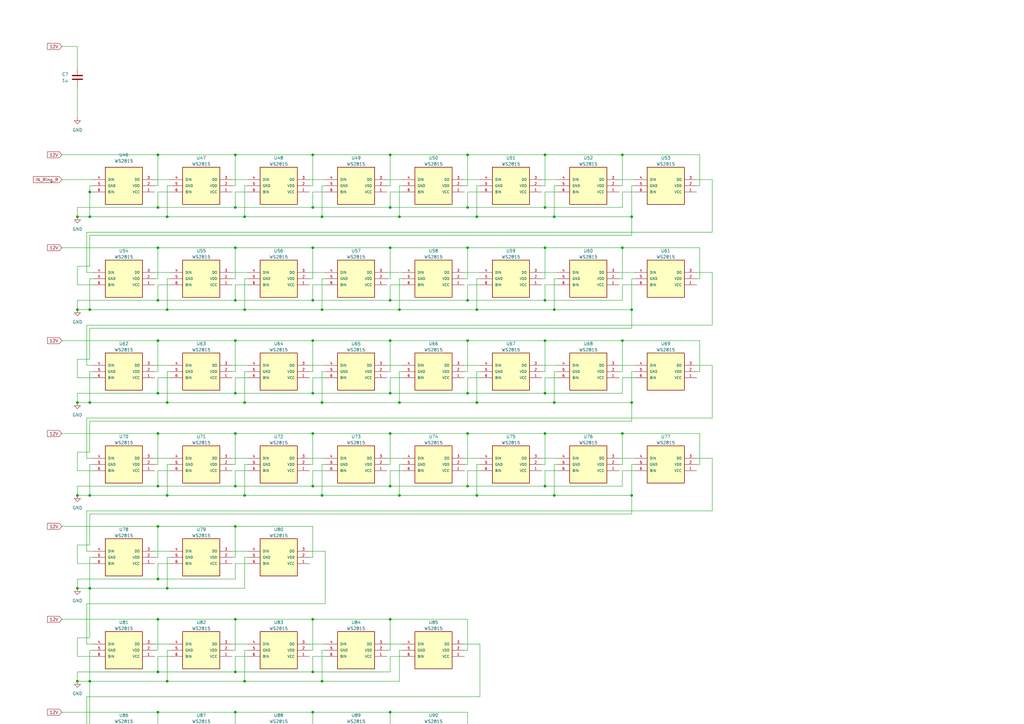
<source format=kicad_sch>
(kicad_sch (version 20250114) (generator "eeschema") (generator_version "9.0")
  (paper "A3")
  (title_block (title "Right Ring") (date "2025-11-11") (rev "1.0") (company "Salvatore La Bua"))
  (junction (at 163.83 203.2))
  (junction (at 160.02 161.29))
  (junction (at 64.77 139.7))
  (junction (at 255.27 177.8))
  (junction (at 128.27 199.39))
  (junction (at 128.27 292.1))
  (junction (at 259.08 88.9))
  (junction (at 96.52 123.19))
  (junction (at 259.08 203.2))
  (junction (at 160.02 199.39))
  (junction (at 31.75 203.2))
  (junction (at 100.33 317.5))
  (junction (at 96.52 139.7))
  (junction (at 68.58 241.3))
  (junction (at 160.02 63.5))
  (junction (at 96.52 313.69))
  (junction (at 36.83 78.74))
  (junction (at 223.52 199.39))
  (junction (at 128.27 85.09))
  (junction (at 68.58 127))
  (junction (at 255.27 139.7))
  (junction (at 160.02 139.7))
  (junction (at 163.83 165.1))
  (junction (at 64.77 237.49))
  (junction (at 96.52 177.8))
  (junction (at 100.33 127))
  (junction (at 128.27 123.19))
  (junction (at 191.77 177.8))
  (junction (at 191.77 161.29))
  (junction (at 223.52 63.5))
  (junction (at 160.02 123.19))
  (junction (at 36.83 279.4))
  (junction (at 128.27 63.5))
  (junction (at 64.77 254))
  (junction (at 96.52 63.5))
  (junction (at 223.52 85.09))
  (junction (at 96.52 275.59))
  (junction (at 195.58 88.9))
  (junction (at 128.27 161.29))
  (junction (at 163.83 88.9))
  (junction (at 163.83 127))
  (junction (at 195.58 127))
  (junction (at 227.33 203.2))
  (junction (at 128.27 254))
  (junction (at 64.77 123.19))
  (junction (at 36.83 241.3))
  (junction (at 96.52 85.09))
  (junction (at 191.77 85.09))
  (junction (at 160.02 292.1))
  (junction (at 255.27 101.6))
  (junction (at 100.33 88.9))
  (junction (at 195.58 165.1))
  (junction (at 191.77 63.5))
  (junction (at 132.08 165.1))
  (junction (at 160.02 177.8))
  (junction (at 160.02 254))
  (junction (at 68.58 203.2))
  (junction (at 128.27 275.59))
  (junction (at 259.08 165.1))
  (junction (at 68.58 88.9))
  (junction (at 128.27 313.69))
  (junction (at 227.33 165.1))
  (junction (at 160.02 85.09))
  (junction (at 223.52 101.6))
  (junction (at 128.27 139.7))
  (junction (at 191.77 139.7))
  (junction (at 64.77 177.8))
  (junction (at 195.58 203.2))
  (junction (at 259.08 127))
  (junction (at 64.77 215.9))
  (junction (at 64.77 85.09))
  (junction (at 36.83 165.1))
  (junction (at 100.33 279.4))
  (junction (at 96.52 101.6))
  (junction (at 128.27 177.8))
  (junction (at 31.75 241.3))
  (junction (at 100.33 165.1))
  (junction (at 96.52 199.39))
  (junction (at 223.52 139.7))
  (junction (at 68.58 165.1))
  (junction (at 64.77 275.59))
  (junction (at 227.33 127))
  (junction (at 255.27 63.5))
  (junction (at 227.33 88.9))
  (junction (at 31.75 127))
  (junction (at 31.75 88.9))
  (junction (at 68.58 279.4))
  (junction (at 64.77 313.69))
  (junction (at 128.27 101.6))
  (junction (at 132.08 127))
  (junction (at 132.08 279.4))
  (junction (at 31.75 279.4))
  (junction (at 223.52 177.8))
  (junction (at 160.02 101.6))
  (junction (at 191.77 123.19))
  (junction (at 96.52 292.1))
  (junction (at 96.52 161.29))
  (junction (at 36.83 203.2))
  (junction (at 191.77 101.6))
  (junction (at 223.52 123.19))
  (junction (at 96.52 215.9))
  (junction (at 100.33 203.2))
  (junction (at 191.77 199.39))
  (junction (at 223.52 161.29))
  (junction (at 36.83 317.5))
  (junction (at 31.75 165.1))
  (junction (at 64.77 199.39))
  (junction (at 68.58 317.5))
  (junction (at 64.77 101.6))
  (junction (at 64.77 63.5))
  (junction (at 132.08 88.9))
  (junction (at 36.83 88.9))
  (junction (at 96.52 254))
  (junction (at 132.08 317.5))
  (junction (at 132.08 203.2))
  (junction (at 64.77 292.1))
  (junction (at 64.77 161.29))
  (junction (at 36.83 127))
  (junction (at 31.75 317.5))
  (wire (pts (xy 195.58 165.1) (xy 227.33 165.1)))
  (wire (pts (xy 36.83 165.1) (xy 68.58 165.1)))
  (wire (pts (xy 31.75 275.59) (xy 64.77 275.59)))
  (wire (pts (xy 133.35 76.2) (xy 132.08 76.2)))
  (wire (pts (xy 227.33 152.4) (xy 227.33 165.1)))
  (wire (pts (xy 38.1 76.2) (xy 36.83 76.2)))
  (wire (pts (xy 190.5 152.4) (xy 191.77 152.4)))
  (wire (pts (xy 128.27 292.1) (xy 160.02 292.1)))
  (wire (pts (xy 158.75 302.26) (xy 165.1 302.26)))
  (wire (pts (xy 64.77 85.09) (xy 64.77 78.74)))
  (wire (pts (xy 255.27 78.74) (xy 260.35 78.74)))
  (wire (pts (xy 132.08 88.9) (xy 163.83 88.9)))
  (wire (pts (xy 165.1 304.8) (xy 163.83 304.8)))
  (wire (pts (xy 223.52 63.5) (xy 255.27 63.5)))
  (wire (pts (xy 31.75 35.56) (xy 31.75 48.26)))
  (wire (pts (xy 100.33 203.2) (xy 132.08 203.2)))
  (wire (pts (xy 68.58 127) (xy 100.33 127)))
  (wire (pts (xy 38.1 152.4) (xy 36.83 152.4)))
  (wire (pts (xy 160.02 307.34) (xy 165.1 307.34)))
  (wire (pts (xy 160.02 199.39) (xy 191.77 199.39)))
  (wire (pts (xy 255.27 199.39) (xy 255.27 193.04)))
  (wire (pts (xy 96.52 63.5) (xy 128.27 63.5)))
  (wire (pts (xy 227.33 127) (xy 259.08 127)))
  (wire (pts (xy 158.75 76.2) (xy 160.02 76.2)))
  (wire (pts (xy 222.25 76.2) (xy 223.52 76.2)))
  (wire (pts (xy 223.52 78.74) (xy 228.6 78.74)))
  (wire (pts (xy 64.77 76.2) (xy 64.77 63.5)))
  (wire (pts (xy 292.1 149.86) (xy 285.75 149.86)))
  (wire (pts (xy 191.77 190.5) (xy 191.77 177.8)))
  (wire (pts (xy 68.58 266.7) (xy 68.58 279.4)))
  (wire (pts (xy 259.08 114.3) (xy 260.35 114.3)))
  (wire (pts (xy 95.25 187.96) (xy 101.6 187.96)))
  (wire (pts (xy 63.5 111.76) (xy 69.85 111.76)))
  (wire (pts (xy 165.1 114.3) (xy 163.83 114.3)))
  (wire (pts (xy 31.75 261.62) (xy 31.75 269.24)))
  (wire (pts (xy 36.83 152.4) (xy 36.83 165.1)))
  (wire (pts (xy 132.08 203.2) (xy 163.83 203.2)))
  (wire (pts (xy 95.25 264.16) (xy 101.6 264.16)))
  (wire (pts (xy 64.77 269.24) (xy 69.85 269.24)))
  (wire (pts (xy 35.56 226.06) (xy 35.56 209.55)))
  (wire (pts (xy 132.08 279.4) (xy 163.83 279.4)))
  (wire (pts (xy 254 149.86) (xy 260.35 149.86)))
  (wire (pts (xy 100.33 88.9) (xy 132.08 88.9)))
  (wire (pts (xy 223.52 199.39) (xy 255.27 199.39)))
  (wire (pts (xy 31.75 275.59) (xy 31.75 279.4)))
  (wire (pts (xy 222.25 187.96) (xy 228.6 187.96)))
  (wire (pts (xy 190.5 302.26) (xy 203.2 302.26)))
  (wire (pts (xy 259.08 134.62) (xy 259.08 127)))
  (wire (pts (xy 190.5 73.66) (xy 196.85 73.66)))
  (wire (pts (xy 128.27 78.74) (xy 128.27 85.09)))
  (wire (pts (xy 128.27 101.6) (xy 160.02 101.6)))
  (wire (pts (xy 287.02 76.2) (xy 285.75 76.2)))
  (wire (pts (xy 133.35 266.7) (xy 132.08 266.7)))
  (wire (pts (xy 35.56 302.26) (xy 38.1 302.26)))
  (wire (pts (xy 64.77 154.94) (xy 69.85 154.94)))
  (wire (pts (xy 96.52 85.09) (xy 96.52 78.74)))
  (wire (pts (xy 64.77 215.9) (xy 96.52 215.9)))
  (wire (pts (xy 160.02 123.19) (xy 160.02 116.84)))
  (wire (pts (xy 69.85 190.5) (xy 68.58 190.5)))
  (wire (pts (xy 228.6 152.4) (xy 227.33 152.4)))
  (wire (pts (xy 96.52 275.59) (xy 96.52 269.24)))
  (wire (pts (xy 191.77 139.7) (xy 223.52 139.7)))
  (wire (pts (xy 96.52 85.09) (xy 128.27 85.09)))
  (wire (pts (xy 160.02 304.8) (xy 160.02 292.1)))
  (wire (pts (xy 127 187.96) (xy 133.35 187.96)))
  (wire (pts (xy 64.77 237.49) (xy 96.52 237.49)))
  (wire (pts (xy 31.75 123.19) (xy 31.75 127)))
  (wire (pts (xy 128.27 275.59) (xy 128.27 269.24)))
  (wire (pts (xy 64.77 177.8) (xy 96.52 177.8)))
  (wire (pts (xy 25.4 139.7) (xy 64.77 139.7)))
  (wire (pts (xy 35.56 95.25) (xy 292.1 95.25)))
  (wire (pts (xy 127 190.5) (xy 128.27 190.5)))
  (wire (pts (xy 165.1 266.7) (xy 163.83 266.7)))
  (wire (pts (xy 64.77 116.84) (xy 69.85 116.84)))
  (wire (pts (xy 128.27 161.29) (xy 160.02 161.29)))
  (wire (pts (xy 31.75 317.5) (xy 36.83 317.5)))
  (wire (pts (xy 190.5 114.3) (xy 191.77 114.3)))
  (wire (pts (xy 69.85 266.7) (xy 68.58 266.7)))
  (wire (pts (xy 36.83 279.4) (xy 68.58 279.4)))
  (wire (pts (xy 190.5 187.96) (xy 196.85 187.96)))
  (wire (pts (xy 133.35 190.5) (xy 132.08 190.5)))
  (wire (pts (xy 35.56 187.96) (xy 35.56 171.45)))
  (wire (pts (xy 31.75 88.9) (xy 36.83 88.9)))
  (wire (pts (xy 227.33 190.5) (xy 227.33 203.2)))
  (wire (pts (xy 68.58 76.2) (xy 68.58 88.9)))
  (wire (pts (xy 101.6 266.7) (xy 100.33 266.7)))
  (wire (pts (xy 63.5 302.26) (xy 69.85 302.26)))
  (wire (pts (xy 160.02 85.09) (xy 160.02 78.74)))
  (wire (pts (xy 163.83 114.3) (xy 163.83 127)))
  (wire (pts (xy 196.85 285.75) (xy 196.85 264.16)))
  (wire (pts (xy 96.52 114.3) (xy 96.52 101.6)))
  (wire (pts (xy 96.52 199.39) (xy 96.52 193.04)))
  (wire (pts (xy 35.56 302.26) (xy 35.56 285.75)))
  (wire (pts (xy 195.58 152.4) (xy 195.58 165.1)))
  (wire (pts (xy 64.77 199.39) (xy 96.52 199.39)))
  (wire (pts (xy 95.25 302.26) (xy 101.6 302.26)))
  (wire (pts (xy 259.08 203.2) (xy 259.08 190.5)))
  (wire (pts (xy 63.5 114.3) (xy 64.77 114.3)))
  (wire (pts (xy 64.77 63.5) (xy 96.52 63.5)))
  (wire (pts (xy 38.1 266.7) (xy 36.83 266.7)))
  (wire (pts (xy 160.02 254) (xy 191.77 254)))
  (wire (pts (xy 127 264.16) (xy 133.35 264.16)))
  (wire (pts (xy 96.52 190.5) (xy 96.52 177.8)))
  (wire (pts (xy 25.4 254) (xy 64.77 254)))
  (wire (pts (xy 158.75 264.16) (xy 165.1 264.16)))
  (wire (pts (xy 63.5 190.5) (xy 64.77 190.5)))
  (wire (pts (xy 255.27 139.7) (xy 287.02 139.7)))
  (wire (pts (xy 31.75 231.14) (xy 38.1 231.14)))
  (wire (pts (xy 160.02 139.7) (xy 191.77 139.7)))
  (wire (pts (xy 195.58 114.3) (xy 195.58 127)))
  (wire (pts (xy 287.02 190.5) (xy 285.75 190.5)))
  (wire (pts (xy 64.77 237.49) (xy 64.77 231.14)))
  (wire (pts (xy 64.77 114.3) (xy 64.77 101.6)))
  (wire (pts (xy 25.4 215.9) (xy 64.77 215.9)))
  (wire (pts (xy 223.52 177.8) (xy 255.27 177.8)))
  (wire (pts (xy 64.77 228.6) (xy 64.77 215.9)))
  (wire (pts (xy 63.5 187.96) (xy 69.85 187.96)))
  (wire (pts (xy 227.33 203.2) (xy 259.08 203.2)))
  (wire (pts (xy 158.75 152.4) (xy 160.02 152.4)))
  (wire (pts (xy 292.1 171.45) (xy 292.1 149.86)))
  (wire (pts (xy 38.1 190.5) (xy 36.83 190.5)))
  (wire (pts (xy 96.52 313.69) (xy 128.27 313.69)))
  (wire (pts (xy 64.77 190.5) (xy 64.77 177.8)))
  (wire (pts (xy 191.77 123.19) (xy 191.77 116.84)))
  (wire (pts (xy 101.6 190.5) (xy 100.33 190.5)))
  (wire (pts (xy 64.77 139.7) (xy 96.52 139.7)))
  (wire (pts (xy 64.77 307.34) (xy 69.85 307.34)))
  (wire (pts (xy 128.27 228.6) (xy 128.27 215.9)))
  (wire (pts (xy 36.83 78.74) (xy 38.1 78.74)))
  (wire (pts (xy 95.25 76.2) (xy 96.52 76.2)))
  (wire (pts (xy 255.27 123.19) (xy 255.27 116.84)))
  (wire (pts (xy 163.83 152.4) (xy 163.83 165.1)))
  (wire (pts (xy 255.27 193.04) (xy 260.35 193.04)))
  (wire (pts (xy 287.02 63.5) (xy 287.02 76.2)))
  (wire (pts (xy 190.5 266.7) (xy 191.77 266.7)))
  (wire (pts (xy 64.77 123.19) (xy 64.77 116.84)))
  (wire (pts (xy 35.56 264.16) (xy 38.1 264.16)))
  (wire (pts (xy 96.52 237.49) (xy 96.52 231.14)))
  (wire (pts (xy 63.5 226.06) (xy 69.85 226.06)))
  (wire (pts (xy 223.52 114.3) (xy 223.52 101.6)))
  (wire (pts (xy 96.52 76.2) (xy 96.52 63.5)))
  (wire (pts (xy 191.77 63.5) (xy 223.52 63.5)))
  (wire (pts (xy 64.77 85.09) (xy 96.52 85.09)))
  (wire (pts (xy 158.75 190.5) (xy 160.02 190.5)))
  (wire (pts (xy 287.02 177.8) (xy 287.02 190.5)))
  (wire (pts (xy 31.75 241.3) (xy 36.83 241.3)))
  (wire (pts (xy 190.5 76.2) (xy 191.77 76.2)))
  (wire (pts (xy 127 228.6) (xy 128.27 228.6)))
  (wire (pts (xy 69.85 114.3) (xy 68.58 114.3)))
  (wire (pts (xy 128.27 139.7) (xy 160.02 139.7)))
  (wire (pts (xy 31.75 116.84) (xy 38.1 116.84)))
  (wire (pts (xy 292.1 111.76) (xy 285.75 111.76)))
  (wire (pts (xy 163.83 165.1) (xy 195.58 165.1)))
  (wire (pts (xy 163.83 203.2) (xy 195.58 203.2)))
  (wire (pts (xy 287.02 114.3) (xy 285.75 114.3)))
  (wire (pts (xy 195.58 88.9) (xy 227.33 88.9)))
  (wire (pts (xy 158.75 111.76) (xy 165.1 111.76)))
  (wire (pts (xy 191.77 152.4) (xy 191.77 139.7)))
  (wire (pts (xy 255.27 116.84) (xy 260.35 116.84)))
  (wire (pts (xy 31.75 127) (xy 36.83 127)))
  (wire (pts (xy 223.52 199.39) (xy 223.52 193.04)))
  (wire (pts (xy 36.83 241.3) (xy 36.83 261.62)))
  (wire (pts (xy 64.77 152.4) (xy 64.77 139.7)))
  (wire (pts (xy 196.85 76.2) (xy 195.58 76.2)))
  (wire (pts (xy 95.25 149.86) (xy 101.6 149.86)))
  (wire (pts (xy 259.08 152.4) (xy 260.35 152.4)))
  (wire (pts (xy 36.83 241.3) (xy 68.58 241.3)))
  (wire (pts (xy 160.02 292.1) (xy 191.77 292.1)))
  (wire (pts (xy 259.08 190.5) (xy 260.35 190.5)))
  (wire (pts (xy 128.27 275.59) (xy 160.02 275.59)))
  (wire (pts (xy 68.58 88.9) (xy 100.33 88.9)))
  (wire (pts (xy 227.33 76.2) (xy 227.33 88.9)))
  (wire (pts (xy 64.77 199.39) (xy 64.77 193.04)))
  (wire (pts (xy 128.27 199.39) (xy 160.02 199.39)))
  (wire (pts (xy 36.83 210.82) (xy 36.83 223.52)))
  (wire (pts (xy 223.52 154.94) (xy 228.6 154.94)))
  (wire (pts (xy 160.02 266.7) (xy 160.02 254)))
  (wire (pts (xy 128.27 116.84) (xy 133.35 116.84)))
  (wire (pts (xy 158.75 114.3) (xy 160.02 114.3)))
  (wire (pts (xy 222.25 190.5) (xy 223.52 190.5)))
  (wire (pts (xy 222.25 149.86) (xy 228.6 149.86)))
  (wire (pts (xy 223.52 101.6) (xy 255.27 101.6)))
  (wire (pts (xy 255.27 152.4) (xy 255.27 139.7)))
  (wire (pts (xy 191.77 161.29) (xy 223.52 161.29)))
  (wire (pts (xy 36.83 203.2) (xy 68.58 203.2)))
  (wire (pts (xy 128.27 269.24) (xy 133.35 269.24)))
  (wire (pts (xy 36.83 223.52) (xy 31.75 223.52)))
  (wire (pts (xy 292.1 133.35) (xy 292.1 111.76)))
  (wire (pts (xy 292.1 73.66) (xy 285.75 73.66)))
  (wire (pts (xy 25.4 73.66) (xy 38.1 73.66)))
  (wire (pts (xy 223.52 123.19) (xy 223.52 116.84)))
  (wire (pts (xy 254 152.4) (xy 255.27 152.4)))
  (wire (pts (xy 68.58 165.1) (xy 100.33 165.1)))
  (wire (pts (xy 31.75 123.19) (xy 64.77 123.19)))
  (wire (pts (xy 100.33 304.8) (xy 100.33 317.5)))
  (wire (pts (xy 292.1 95.25) (xy 292.1 73.66)))
  (wire (pts (xy 133.35 304.8) (xy 132.08 304.8)))
  (wire (pts (xy 69.85 152.4) (xy 68.58 152.4)))
  (wire (pts (xy 227.33 114.3) (xy 227.33 127)))
  (wire (pts (xy 68.58 304.8) (xy 68.58 317.5)))
  (wire (pts (xy 96.52 304.8) (xy 96.52 292.1)))
  (wire (pts (xy 255.27 85.09) (xy 255.27 78.74)))
  (wire (pts (xy 31.75 85.09) (xy 31.75 88.9)))
  (wire (pts (xy 163.83 127) (xy 195.58 127)))
  (wire (pts (xy 128.27 123.19) (xy 128.27 116.84)))
  (wire (pts (xy 96.52 154.94) (xy 101.6 154.94)))
  (wire (pts (xy 132.08 190.5) (xy 132.08 203.2)))
  (wire (pts (xy 35.56 226.06) (xy 38.1 226.06)))
  (wire (pts (xy 128.27 313.69) (xy 128.27 307.34)))
  (wire (pts (xy 31.75 193.04) (xy 38.1 193.04)))
  (wire (pts (xy 255.27 76.2) (xy 255.27 63.5)))
  (wire (pts (xy 259.08 96.52) (xy 259.08 88.9)))
  (wire (pts (xy 128.27 78.74) (xy 133.35 78.74)))
  (wire (pts (xy 196.85 264.16) (xy 190.5 264.16)))
  (wire (pts (xy 190.5 149.86) (xy 196.85 149.86)))
  (wire (pts (xy 223.52 193.04) (xy 228.6 193.04)))
  (wire (pts (xy 132.08 127) (xy 163.83 127)))
  (wire (pts (xy 101.6 304.8) (xy 100.33 304.8)))
  (wire (pts (xy 254 190.5) (xy 255.27 190.5)))
  (wire (pts (xy 128.27 63.5) (xy 160.02 63.5)))
  (wire (pts (xy 160.02 101.6) (xy 191.77 101.6)))
  (wire (pts (xy 191.77 266.7) (xy 191.77 254)))
  (wire (pts (xy 35.56 285.75) (xy 196.85 285.75)))
  (wire (pts (xy 35.56 111.76) (xy 38.1 111.76)))
  (wire (pts (xy 95.25 228.6) (xy 96.52 228.6)))
  (wire (pts (xy 31.75 203.2) (xy 36.83 203.2)))
  (wire (pts (xy 259.08 76.2) (xy 260.35 76.2)))
  (wire (pts (xy 127 302.26) (xy 133.35 302.26)))
  (wire (pts (xy 96.52 292.1) (xy 128.27 292.1)))
  (wire (pts (xy 228.6 114.3) (xy 227.33 114.3)))
  (wire (pts (xy 25.4 177.8) (xy 64.77 177.8)))
  (wire (pts (xy 36.83 266.7) (xy 36.83 279.4)))
  (wire (pts (xy 195.58 203.2) (xy 227.33 203.2)))
  (wire (pts (xy 190.5 190.5) (xy 191.77 190.5)))
  (wire (pts (xy 31.75 109.22) (xy 31.75 116.84)))
  (wire (pts (xy 64.77 193.04) (xy 69.85 193.04)))
  (wire (pts (xy 36.83 190.5) (xy 36.83 203.2)))
  (wire (pts (xy 191.77 85.09) (xy 223.52 85.09)))
  (wire (pts (xy 191.77 114.3) (xy 191.77 101.6)))
  (wire (pts (xy 31.75 85.09) (xy 64.77 85.09)))
  (wire (pts (xy 254 114.3) (xy 255.27 114.3)))
  (wire (pts (xy 36.83 88.9) (xy 68.58 88.9)))
  (wire (pts (xy 96.52 152.4) (xy 96.52 139.7)))
  (wire (pts (xy 36.83 147.32) (xy 31.75 147.32)))
  (wire (pts (xy 160.02 190.5) (xy 160.02 177.8)))
  (wire (pts (xy 163.83 190.5) (xy 163.83 203.2)))
  (wire (pts (xy 95.25 114.3) (xy 96.52 114.3)))
  (wire (pts (xy 36.83 78.74) (xy 36.83 88.9)))
  (wire (pts (xy 96.52 199.39) (xy 128.27 199.39)))
  (wire (pts (xy 163.83 304.8) (xy 163.83 317.5)))
  (wire (pts (xy 191.77 161.29) (xy 191.77 154.94)))
  (wire (pts (xy 35.56 264.16) (xy 35.56 247.65)))
  (wire (pts (xy 191.77 304.8) (xy 191.77 292.1)))
  (wire (pts (xy 95.25 266.7) (xy 96.52 266.7)))
  (wire (pts (xy 132.08 152.4) (xy 132.08 165.1)))
  (wire (pts (xy 95.25 73.66) (xy 101.6 73.66)))
  (wire (pts (xy 128.27 193.04) (xy 133.35 193.04)))
  (wire (pts (xy 128.27 177.8) (xy 160.02 177.8)))
  (wire (pts (xy 38.1 304.8) (xy 36.83 304.8)))
  (wire (pts (xy 36.83 134.62) (xy 259.08 134.62)))
  (wire (pts (xy 223.52 161.29) (xy 255.27 161.29)))
  (wire (pts (xy 255.27 101.6) (xy 287.02 101.6)))
  (wire (pts (xy 35.56 171.45) (xy 292.1 171.45)))
  (wire (pts (xy 160.02 154.94) (xy 165.1 154.94)))
  (wire (pts (xy 63.5 152.4) (xy 64.77 152.4)))
  (wire (pts (xy 133.35 226.06) (xy 133.35 247.65)))
  (wire (pts (xy 160.02 78.74) (xy 165.1 78.74)))
  (wire (pts (xy 96.52 101.6) (xy 128.27 101.6)))
  (wire (pts (xy 160.02 199.39) (xy 160.02 193.04)))
  (wire (pts (xy 64.77 161.29) (xy 64.77 154.94)))
  (wire (pts (xy 36.83 304.8) (xy 36.83 317.5)))
  (wire (pts (xy 96.52 269.24) (xy 101.6 269.24)))
  (wire (pts (xy 133.35 247.65) (xy 35.56 247.65)))
  (wire (pts (xy 38.1 114.3) (xy 36.83 114.3)))
  (wire (pts (xy 160.02 114.3) (xy 160.02 101.6)))
  (wire (pts (xy 191.77 177.8) (xy 223.52 177.8)))
  (wire (pts (xy 69.85 228.6) (xy 68.58 228.6)))
  (wire (pts (xy 36.83 228.6) (xy 36.83 241.3)))
  (wire (pts (xy 259.08 127) (xy 259.08 114.3)))
  (wire (pts (xy 223.52 123.19) (xy 255.27 123.19)))
  (wire (pts (xy 31.75 299.72) (xy 31.75 307.34)))
  (wire (pts (xy 196.85 190.5) (xy 195.58 190.5)))
  (wire (pts (xy 36.83 134.62) (xy 36.83 147.32)))
  (wire (pts (xy 36.83 109.22) (xy 31.75 109.22)))
  (wire (pts (xy 127 73.66) (xy 133.35 73.66)))
  (wire (pts (xy 100.33 152.4) (xy 100.33 165.1)))
  (wire (pts (xy 68.58 317.5) (xy 100.33 317.5)))
  (wire (pts (xy 100.33 165.1) (xy 132.08 165.1)))
  (wire (pts (xy 100.33 114.3) (xy 100.33 127)))
  (wire (pts (xy 64.77 275.59) (xy 96.52 275.59)))
  (wire (pts (xy 127 152.4) (xy 128.27 152.4)))
  (wire (pts (xy 96.52 116.84) (xy 101.6 116.84)))
  (wire (pts (xy 160.02 177.8) (xy 191.77 177.8)))
  (wire (pts (xy 255.27 154.94) (xy 260.35 154.94)))
  (wire (pts (xy 127 114.3) (xy 128.27 114.3)))
  (wire (pts (xy 191.77 199.39) (xy 223.52 199.39)))
  (wire (pts (xy 36.83 279.4) (xy 36.83 299.72)))
  (wire (pts (xy 222.25 152.4) (xy 223.52 152.4)))
  (wire (pts (xy 259.08 88.9) (xy 259.08 76.2)))
  (wire (pts (xy 128.27 199.39) (xy 128.27 193.04)))
  (wire (pts (xy 128.27 190.5) (xy 128.27 177.8)))
  (wire (pts (xy 36.83 172.72) (xy 36.83 185.42)))
  (wire (pts (xy 160.02 313.69) (xy 160.02 307.34)))
  (wire (pts (xy 64.77 231.14) (xy 69.85 231.14)))
  (wire (pts (xy 292.1 187.96) (xy 285.75 187.96)))
  (wire (pts (xy 259.08 172.72) (xy 259.08 165.1)))
  (wire (pts (xy 100.33 279.4) (xy 132.08 279.4)))
  (wire (pts (xy 133.35 114.3) (xy 132.08 114.3)))
  (wire (pts (xy 255.27 161.29) (xy 255.27 154.94)))
  (wire (pts (xy 128.27 266.7) (xy 128.27 254)))
  (wire (pts (xy 190.5 304.8) (xy 191.77 304.8)))
  (wire (pts (xy 96.52 177.8) (xy 128.27 177.8)))
  (wire (pts (xy 68.58 114.3) (xy 68.58 127)))
  (wire (pts (xy 223.52 139.7) (xy 255.27 139.7)))
  (wire (pts (xy 96.52 123.19) (xy 128.27 123.19)))
  (wire (pts (xy 128.27 154.94) (xy 133.35 154.94)))
  (wire (pts (xy 63.5 264.16) (xy 69.85 264.16)))
  (wire (pts (xy 96.52 275.59) (xy 128.27 275.59)))
  (wire (pts (xy 127 111.76) (xy 133.35 111.76)))
  (wire (pts (xy 95.25 190.5) (xy 96.52 190.5)))
  (wire (pts (xy 100.33 266.7) (xy 100.33 279.4)))
  (wire (pts (xy 31.75 19.05) (xy 31.75 27.94)))
  (wire (pts (xy 223.52 152.4) (xy 223.52 139.7)))
  (wire (pts (xy 228.6 190.5) (xy 227.33 190.5)))
  (wire (pts (xy 100.33 190.5) (xy 100.33 203.2)))
  (wire (pts (xy 190.5 111.76) (xy 196.85 111.76)))
  (wire (pts (xy 96.52 215.9) (xy 128.27 215.9)))
  (wire (pts (xy 36.83 96.52) (xy 259.08 96.52)))
  (wire (pts (xy 31.75 154.94) (xy 38.1 154.94)))
  (wire (pts (xy 100.33 127) (xy 132.08 127)))
  (wire (pts (xy 255.27 190.5) (xy 255.27 177.8)))
  (wire (pts (xy 64.77 266.7) (xy 64.77 254)))
  (wire (pts (xy 165.1 190.5) (xy 163.83 190.5)))
  (wire (pts (xy 127 149.86) (xy 133.35 149.86)))
  (wire (pts (xy 96.52 313.69) (xy 96.52 307.34)))
  (wire (pts (xy 195.58 190.5) (xy 195.58 203.2)))
  (wire (pts (xy 96.52 193.04) (xy 101.6 193.04)))
  (wire (pts (xy 292.1 209.55) (xy 292.1 187.96)))
  (wire (pts (xy 160.02 85.09) (xy 191.77 85.09)))
  (wire (pts (xy 95.25 111.76) (xy 101.6 111.76)))
  (wire (pts (xy 64.77 161.29) (xy 96.52 161.29)))
  (wire (pts (xy 133.35 152.4) (xy 132.08 152.4)))
  (wire (pts (xy 35.56 149.86) (xy 35.56 133.35)))
  (wire (pts (xy 163.83 88.9) (xy 195.58 88.9)))
  (wire (pts (xy 95.25 304.8) (xy 96.52 304.8)))
  (wire (pts (xy 128.27 304.8) (xy 128.27 292.1)))
  (wire (pts (xy 254 187.96) (xy 260.35 187.96)))
  (wire (pts (xy 191.77 78.74) (xy 196.85 78.74)))
  (wire (pts (xy 68.58 190.5) (xy 68.58 203.2)))
  (wire (pts (xy 31.75 279.4) (xy 36.83 279.4)))
  (wire (pts (xy 254 73.66) (xy 260.35 73.66)))
  (wire (pts (xy 96.52 231.14) (xy 101.6 231.14)))
  (wire (pts (xy 38.1 228.6) (xy 36.83 228.6)))
  (wire (pts (xy 165.1 76.2) (xy 163.83 76.2)))
  (wire (pts (xy 160.02 152.4) (xy 160.02 139.7)))
  (wire (pts (xy 163.83 76.2) (xy 163.83 88.9)))
  (wire (pts (xy 31.75 199.39) (xy 64.77 199.39)))
  (wire (pts (xy 63.5 149.86) (xy 69.85 149.86)))
  (wire (pts (xy 160.02 116.84) (xy 165.1 116.84)))
  (wire (pts (xy 64.77 101.6) (xy 96.52 101.6)))
  (wire (pts (xy 158.75 73.66) (xy 165.1 73.66)))
  (wire (pts (xy 222.25 111.76) (xy 228.6 111.76)))
  (wire (pts (xy 36.83 172.72) (xy 259.08 172.72)))
  (wire (pts (xy 223.52 85.09) (xy 223.52 78.74)))
  (wire (pts (xy 165.1 152.4) (xy 163.83 152.4)))
  (wire (pts (xy 35.56 111.76) (xy 35.56 95.25)))
  (wire (pts (xy 69.85 76.2) (xy 68.58 76.2)))
  (wire (pts (xy 158.75 304.8) (xy 160.02 304.8)))
  (wire (pts (xy 64.77 254) (xy 96.52 254)))
  (wire (pts (xy 100.33 317.5) (xy 132.08 317.5)))
  (wire (pts (xy 222.25 73.66) (xy 228.6 73.66)))
  (wire (pts (xy 31.75 237.49) (xy 64.77 237.49)))
  (wire (pts (xy 259.08 165.1) (xy 259.08 152.4)))
  (wire (pts (xy 31.75 161.29) (xy 31.75 165.1)))
  (wire (pts (xy 191.77 154.94) (xy 196.85 154.94)))
  (wire (pts (xy 227.33 88.9) (xy 259.08 88.9)))
  (wire (pts (xy 36.83 114.3) (xy 36.83 127)))
  (wire (pts (xy 36.83 127) (xy 68.58 127)))
  (wire (pts (xy 68.58 203.2) (xy 100.33 203.2)))
  (wire (pts (xy 63.5 76.2) (xy 64.77 76.2)))
  (wire (pts (xy 64.77 78.74) (xy 69.85 78.74)))
  (wire (pts (xy 69.85 304.8) (xy 68.58 304.8)))
  (wire (pts (xy 158.75 266.7) (xy 160.02 266.7)))
  (wire (pts (xy 127 266.7) (xy 128.27 266.7)))
  (wire (pts (xy 222.25 114.3) (xy 223.52 114.3)))
  (wire (pts (xy 132.08 165.1) (xy 163.83 165.1)))
  (wire (pts (xy 31.75 165.1) (xy 36.83 165.1)))
  (wire (pts (xy 128.27 76.2) (xy 128.27 63.5)))
  (wire (pts (xy 31.75 223.52) (xy 31.75 231.14)))
  (wire (pts (xy 128.27 313.69) (xy 160.02 313.69)))
  (wire (pts (xy 223.52 116.84) (xy 228.6 116.84)))
  (wire (pts (xy 31.75 307.34) (xy 38.1 307.34)))
  (wire (pts (xy 31.75 237.49) (xy 31.75 241.3)))
  (wire (pts (xy 227.33 165.1) (xy 259.08 165.1)))
  (wire (pts (xy 35.56 149.86) (xy 38.1 149.86)))
  (wire (pts (xy 128.27 123.19) (xy 160.02 123.19)))
  (wire (pts (xy 128.27 254) (xy 160.02 254)))
  (wire (pts (xy 127 76.2) (xy 128.27 76.2)))
  (wire (pts (xy 100.33 228.6) (xy 100.33 241.3)))
  (wire (pts (xy 96.52 123.19) (xy 96.52 116.84)))
  (wire (pts (xy 195.58 127) (xy 227.33 127)))
  (wire (pts (xy 31.75 199.39) (xy 31.75 203.2)))
  (wire (pts (xy 64.77 313.69) (xy 96.52 313.69)))
  (wire (pts (xy 96.52 228.6) (xy 96.52 215.9)))
  (wire (pts (xy 223.52 85.09) (xy 255.27 85.09)))
  (wire (pts (xy 96.52 161.29) (xy 128.27 161.29)))
  (wire (pts (xy 160.02 161.29) (xy 191.77 161.29)))
  (wire (pts (xy 127 304.8) (xy 128.27 304.8)))
  (wire (pts (xy 95.25 226.06) (xy 101.6 226.06)))
  (wire (pts (xy 128.27 114.3) (xy 128.27 101.6)))
  (wire (pts (xy 95.25 152.4) (xy 96.52 152.4)))
  (wire (pts (xy 191.77 123.19) (xy 223.52 123.19)))
  (wire (pts (xy 128.27 152.4) (xy 128.27 139.7)))
  (wire (pts (xy 160.02 269.24) (xy 165.1 269.24)))
  (wire (pts (xy 68.58 152.4) (xy 68.58 165.1)))
  (wire (pts (xy 64.77 275.59) (xy 64.77 269.24)))
  (wire (pts (xy 254 76.2) (xy 255.27 76.2)))
  (wire (pts (xy 68.58 279.4) (xy 100.33 279.4)))
  (wire (pts (xy 287.02 101.6) (xy 287.02 114.3)))
  (wire (pts (xy 64.77 123.19) (xy 96.52 123.19)))
  (wire (pts (xy 36.83 210.82) (xy 259.08 210.82)))
  (wire (pts (xy 96.52 307.34) (xy 101.6 307.34)))
  (wire (pts (xy 160.02 161.29) (xy 160.02 154.94)))
  (wire (pts (xy 63.5 304.8) (xy 64.77 304.8)))
  (wire (pts (xy 100.33 76.2) (xy 100.33 88.9)))
  (wire (pts (xy 63.5 266.7) (xy 64.77 266.7)))
  (wire (pts (xy 191.77 193.04) (xy 196.85 193.04)))
  (wire (pts (xy 287.02 139.7) (xy 287.02 152.4)))
  (wire (pts (xy 191.77 76.2) (xy 191.77 63.5)))
  (wire (pts (xy 223.52 190.5) (xy 223.52 177.8)))
  (wire (pts (xy 223.52 76.2) (xy 223.52 63.5)))
  (wire (pts (xy 255.27 177.8) (xy 287.02 177.8)))
  (wire (pts (xy 31.75 147.32) (xy 31.75 154.94)))
  (wire (pts (xy 191.77 85.09) (xy 191.77 78.74)))
  (wire (pts (xy 128.27 161.29) (xy 128.27 154.94)))
  (wire (pts (xy 25.4 292.1) (xy 64.77 292.1)))
  (wire (pts (xy 128.27 307.34) (xy 133.35 307.34)))
  (wire (pts (xy 31.75 313.69) (xy 64.77 313.69)))
  (wire (pts (xy 158.75 149.86) (xy 165.1 149.86)))
  (wire (pts (xy 64.77 313.69) (xy 64.77 307.34)))
  (wire (pts (xy 132.08 76.2) (xy 132.08 88.9)))
  (wire (pts (xy 36.83 299.72) (xy 31.75 299.72)))
  (wire (pts (xy 63.5 73.66) (xy 69.85 73.66)))
  (wire (pts (xy 191.77 199.39) (xy 191.77 193.04)))
  (wire (pts (xy 196.85 152.4) (xy 195.58 152.4)))
  (wire (pts (xy 223.52 161.29) (xy 223.52 154.94)))
  (wire (pts (xy 160.02 76.2) (xy 160.02 63.5)))
  (wire (pts (xy 132.08 266.7) (xy 132.08 279.4)))
  (wire (pts (xy 31.75 161.29) (xy 64.77 161.29)))
  (wire (pts (xy 101.6 114.3) (xy 100.33 114.3)))
  (wire (pts (xy 25.4 19.05) (xy 31.75 19.05)))
  (wire (pts (xy 96.52 139.7) (xy 128.27 139.7)))
  (wire (pts (xy 255.27 114.3) (xy 255.27 101.6)))
  (wire (pts (xy 35.56 133.35) (xy 292.1 133.35)))
  (wire (pts (xy 132.08 317.5) (xy 163.83 317.5)))
  (wire (pts (xy 96.52 266.7) (xy 96.52 254)))
  (wire (pts (xy 163.83 266.7) (xy 163.83 279.4)))
  (wire (pts (xy 36.83 261.62) (xy 31.75 261.62)))
  (wire (pts (xy 25.4 101.6) (xy 64.77 101.6)))
  (wire (pts (xy 160.02 63.5) (xy 191.77 63.5)))
  (wire (pts (xy 35.56 187.96) (xy 38.1 187.96)))
  (wire (pts (xy 101.6 228.6) (xy 100.33 228.6)))
  (wire (pts (xy 254 111.76) (xy 260.35 111.76)))
  (wire (pts (xy 63.5 228.6) (xy 64.77 228.6)))
  (wire (pts (xy 96.52 254) (xy 128.27 254)))
  (wire (pts (xy 36.83 76.2) (xy 36.83 78.74)))
  (wire (pts (xy 191.77 116.84) (xy 196.85 116.84)))
  (wire (pts (xy 132.08 304.8) (xy 132.08 317.5)))
  (wire (pts (xy 160.02 123.19) (xy 191.77 123.19)))
  (wire (pts (xy 31.75 313.69) (xy 31.75 317.5)))
  (wire (pts (xy 158.75 187.96) (xy 165.1 187.96)))
  (wire (pts (xy 31.75 269.24) (xy 38.1 269.24)))
  (wire (pts (xy 259.08 210.82) (xy 259.08 203.2)))
  (wire (pts (xy 25.4 63.5) (xy 64.77 63.5)))
  (wire (pts (xy 195.58 76.2) (xy 195.58 88.9)))
  (wire (pts (xy 36.83 96.52) (xy 36.83 109.22)))
  (wire (pts (xy 255.27 63.5) (xy 287.02 63.5)))
  (wire (pts (xy 68.58 241.3) (xy 100.33 241.3)))
  (wire (pts (xy 31.75 185.42) (xy 31.75 193.04)))
  (wire (pts (xy 160.02 275.59) (xy 160.02 269.24)))
  (wire (pts (xy 68.58 228.6) (xy 68.58 241.3)))
  (wire (pts (xy 101.6 152.4) (xy 100.33 152.4)))
  (wire (pts (xy 228.6 76.2) (xy 227.33 76.2)))
  (wire (pts (xy 36.83 185.42) (xy 31.75 185.42)))
  (wire (pts (xy 132.08 114.3) (xy 132.08 127)))
  (wire (pts (xy 128.27 85.09) (xy 160.02 85.09)))
  (wire (pts (xy 287.02 152.4) (xy 285.75 152.4)))
  (wire (pts (xy 101.6 76.2) (xy 100.33 76.2)))
  (wire (pts (xy 96.52 78.74) (xy 101.6 78.74)))
  (wire (pts (xy 196.85 114.3) (xy 195.58 114.3)))
  (wire (pts (xy 191.77 101.6) (xy 223.52 101.6)))
  (wire (pts (xy 35.56 209.55) (xy 292.1 209.55)))
  (wire (pts (xy 160.02 193.04) (xy 165.1 193.04)))
  (wire (pts (xy 36.83 317.5) (xy 68.58 317.5)))
  (wire (pts (xy 64.77 292.1) (xy 96.52 292.1)))
  (wire (pts (xy 127 226.06) (xy 133.35 226.06)))
  (wire (pts (xy 64.77 304.8) (xy 64.77 292.1)))
  (wire (pts (xy 96.52 161.29) (xy 96.52 154.94)))
  (global_label "12V" (shape input) (at 25.4 19.05 180) (property "Intersheetrefs" "${INTERSHEET_REFS}" (at 18.9072 19.05 0) (effects (justify right))))
  (global_label "12V" (shape input) (at 25.4 254 180) (property "Intersheetrefs" "${INTERSHEET_REFS}" (at 18.9072 254 0) (effects (justify right))))
  (global_label "IN_Ring_R" (shape input) (at 25.4 73.66 180) (property "Intersheetrefs" "${INTERSHEET_REFS}" (at 13.1015 73.66 0) (effects (justify right))))
  (global_label "12V" (shape input) (at 25.4 292.1 180) (property "Intersheetrefs" "${INTERSHEET_REFS}" (at 18.9072 292.1 0) (effects (justify right))))
  (global_label "OUT_Ring_R" (shape output) (at 203.2 302.26 0) (property "Intersheetrefs" "${INTERSHEET_REFS}" (at 217.1918 302.26 0) (effects (justify left))))
  (global_label "12V" (shape input) (at 25.4 63.5 180) (property "Intersheetrefs" "${INTERSHEET_REFS}" (at 18.9072 63.5 0) (effects (justify right))))
  (global_label "12V" (shape input) (at 25.4 215.9 180) (property "Intersheetrefs" "${INTERSHEET_REFS}" (at 18.9072 215.9 0) (effects (justify right))))
  (global_label "12V" (shape input) (at 25.4 101.6 180) (property "Intersheetrefs" "${INTERSHEET_REFS}" (at 18.9072 101.6 0) (effects (justify right))))
  (global_label "12V" (shape input) (at 25.4 177.8 180) (property "Intersheetrefs" "${INTERSHEET_REFS}" (at 18.9072 177.8 0) (effects (justify right))))
  (global_label "12V" (shape input) (at 25.4 139.7 180) (property "Intersheetrefs" "${INTERSHEET_REFS}" (at 18.9072 139.7 0) (effects (justify right))))
  (symbol (lib_id "WS2815:WS2815") (at 82.55 116.84 0) (unit 1)
    (property "Reference" "U55" (at 82.55 102.87 0))
    (property "Value" "WS2815" (at 82.55 105.41 0))
    (property "Footprint" "WS2815:LED-TRICOLOR-5050" (effects (hide yes)))
    (property "MF" "Normand" (effects (hide yes)))
    (property "Description_1" "\n                        \n                            Intelligent control LED integrated light source\n                        \n" (effects (hide yes)))
    (property "Package" "Package" (effects (hide yes)))
    (property "Price" "None" (effects (hide yes)))
    (property "SnapEDA_Link" "https://www.snapeda.com/parts/WS2815/Normand/view-part/?ref=snap" (effects (hide yes)))
    (property "MP" "WS2815" (effects (hide yes)))
    (property "Availability" "Not in stock" (effects (hide yes)))
    (property "Check_prices" "https://www.snapeda.com/parts/WS2815/Normand/view-part/?ref=eda" (effects (hide yes)))
    (property "LCSC" "C5446699" (effects (hide yes)))
  )
  (symbol (lib_id "WS2815:WS2815") (at 177.8 307.34 0) (unit 1)
    (property "Reference" "U90" (at 177.8 293.37 0))
    (property "Value" "WS2815" (at 177.8 295.91 0))
    (property "Footprint" "WS2815:LED-TRICOLOR-5050" (effects (hide yes)))
    (property "MF" "Normand" (effects (hide yes)))
    (property "Description_1" "\n                        \n                            Intelligent control LED integrated light source\n                        \n" (effects (hide yes)))
    (property "Package" "Package" (effects (hide yes)))
    (property "Price" "None" (effects (hide yes)))
    (property "SnapEDA_Link" "https://www.snapeda.com/parts/WS2815/Normand/view-part/?ref=snap" (effects (hide yes)))
    (property "MP" "WS2815" (effects (hide yes)))
    (property "Availability" "Not in stock" (effects (hide yes)))
    (property "Check_prices" "https://www.snapeda.com/parts/WS2815/Normand/view-part/?ref=eda" (effects (hide yes)))
    (property "LCSC" "C5446699" (effects (hide yes)))
  )
  (symbol (lib_id "WS2815:WS2815") (at 177.8 193.04 0) (unit 1)
    (property "Reference" "U74" (at 177.8 179.07 0))
    (property "Value" "WS2815" (at 177.8 181.61 0))
    (property "Footprint" "WS2815:LED-TRICOLOR-5050" (effects (hide yes)))
    (property "MF" "Normand" (effects (hide yes)))
    (property "Description_1" "\n                        \n                            Intelligent control LED integrated light source\n                        \n" (effects (hide yes)))
    (property "Package" "Package" (effects (hide yes)))
    (property "Price" "None" (effects (hide yes)))
    (property "SnapEDA_Link" "https://www.snapeda.com/parts/WS2815/Normand/view-part/?ref=snap" (effects (hide yes)))
    (property "MP" "WS2815" (effects (hide yes)))
    (property "Availability" "Not in stock" (effects (hide yes)))
    (property "Check_prices" "https://www.snapeda.com/parts/WS2815/Normand/view-part/?ref=eda" (effects (hide yes)))
    (property "LCSC" "C5446699" (effects (hide yes)))
  )
  (symbol (lib_id "WS2815:WS2815") (at 241.3 193.04 0) (unit 1)
    (property "Reference" "U76" (at 241.3 179.07 0))
    (property "Value" "WS2815" (at 241.3 181.61 0))
    (property "Footprint" "WS2815:LED-TRICOLOR-5050" (effects (hide yes)))
    (property "MF" "Normand" (effects (hide yes)))
    (property "Description_1" "\n                        \n                            Intelligent control LED integrated light source\n                        \n" (effects (hide yes)))
    (property "Package" "Package" (effects (hide yes)))
    (property "Price" "None" (effects (hide yes)))
    (property "SnapEDA_Link" "https://www.snapeda.com/parts/WS2815/Normand/view-part/?ref=snap" (effects (hide yes)))
    (property "MP" "WS2815" (effects (hide yes)))
    (property "Availability" "Not in stock" (effects (hide yes)))
    (property "Check_prices" "https://www.snapeda.com/parts/WS2815/Normand/view-part/?ref=eda" (effects (hide yes)))
    (property "LCSC" "C5446699" (effects (hide yes)))
  )
  (symbol (lib_id "WS2815:WS2815") (at 209.55 154.94 0) (unit 1)
    (property "Reference" "U67" (at 209.55 140.97 0))
    (property "Value" "WS2815" (at 209.55 143.51 0))
    (property "Footprint" "WS2815:LED-TRICOLOR-5050" (effects (hide yes)))
    (property "MF" "Normand" (effects (hide yes)))
    (property "Description_1" "\n                        \n                            Intelligent control LED integrated light source\n                        \n" (effects (hide yes)))
    (property "Package" "Package" (effects (hide yes)))
    (property "Price" "None" (effects (hide yes)))
    (property "SnapEDA_Link" "https://www.snapeda.com/parts/WS2815/Normand/view-part/?ref=snap" (effects (hide yes)))
    (property "MP" "WS2815" (effects (hide yes)))
    (property "Availability" "Not in stock" (effects (hide yes)))
    (property "Check_prices" "https://www.snapeda.com/parts/WS2815/Normand/view-part/?ref=eda" (effects (hide yes)))
    (property "LCSC" "C5446699" (effects (hide yes)))
  )
  (symbol (lib_id "power:GND") (at 31.75 127 0) (unit 1)
    (property "Reference" "#PWR015" (effects (hide yes)))
    (property "Value" "GND" (at 31.75 132.08 0))
    (property "Description" "Power symbol creates a global label with name \"GND\" , ground" (effects (hide yes)))
  )
  (symbol (lib_id "WS2815:WS2815") (at 50.8 193.04 0) (unit 1)
    (property "Reference" "U70" (at 50.8 179.07 0))
    (property "Value" "WS2815" (at 50.8 181.61 0))
    (property "Footprint" "WS2815:LED-TRICOLOR-5050" (effects (hide yes)))
    (property "MF" "Normand" (effects (hide yes)))
    (property "Description_1" "\n                        \n                            Intelligent control LED integrated light source\n                        \n" (effects (hide yes)))
    (property "Package" "Package" (effects (hide yes)))
    (property "Price" "None" (effects (hide yes)))
    (property "SnapEDA_Link" "https://www.snapeda.com/parts/WS2815/Normand/view-part/?ref=snap" (effects (hide yes)))
    (property "MP" "WS2815" (effects (hide yes)))
    (property "Availability" "Not in stock" (effects (hide yes)))
    (property "Check_prices" "https://www.snapeda.com/parts/WS2815/Normand/view-part/?ref=eda" (effects (hide yes)))
    (property "LCSC" "C5446699" (effects (hide yes)))
  )
  (symbol (lib_id "WS2815:WS2815") (at 146.05 307.34 0) (unit 1)
    (property "Reference" "U89" (at 146.05 293.37 0))
    (property "Value" "WS2815" (at 146.05 295.91 0))
    (property "Footprint" "WS2815:LED-TRICOLOR-5050" (effects (hide yes)))
    (property "MF" "Normand" (effects (hide yes)))
    (property "Description_1" "\n                        \n                            Intelligent control LED integrated light source\n                        \n" (effects (hide yes)))
    (property "Package" "Package" (effects (hide yes)))
    (property "Price" "None" (effects (hide yes)))
    (property "SnapEDA_Link" "https://www.snapeda.com/parts/WS2815/Normand/view-part/?ref=snap" (effects (hide yes)))
    (property "MP" "WS2815" (effects (hide yes)))
    (property "Availability" "Not in stock" (effects (hide yes)))
    (property "Check_prices" "https://www.snapeda.com/parts/WS2815/Normand/view-part/?ref=eda" (effects (hide yes)))
    (property "LCSC" "C5446699" (effects (hide yes)))
  )
  (symbol (lib_id "WS2815:WS2815") (at 82.55 78.74 0) (unit 1)
    (property "Reference" "U47" (at 82.55 64.77 0))
    (property "Value" "WS2815" (at 82.55 67.31 0))
    (property "Footprint" "WS2815:LED-TRICOLOR-5050" (effects (hide yes)))
    (property "MF" "Normand" (effects (hide yes)))
    (property "Description_1" "\n                        \n                            Intelligent control LED integrated light source\n                        \n" (effects (hide yes)))
    (property "Package" "Package" (effects (hide yes)))
    (property "Price" "None" (effects (hide yes)))
    (property "SnapEDA_Link" "https://www.snapeda.com/parts/WS2815/Normand/view-part/?ref=snap" (effects (hide yes)))
    (property "MP" "WS2815" (effects (hide yes)))
    (property "Availability" "Not in stock" (effects (hide yes)))
    (property "Check_prices" "https://www.snapeda.com/parts/WS2815/Normand/view-part/?ref=eda" (effects (hide yes)))
    (property "LCSC" "C5446699" (effects (hide yes)))
  )
  (symbol (lib_id "power:GND") (at 31.75 48.26 0) (unit 1)
    (property "Reference" "#PWR010" (effects (hide yes)))
    (property "Value" "GND" (at 31.75 53.34 0))
    (property "Description" "Power symbol creates a global label with name \"GND\" , ground" (effects (hide yes)))
  )
  (symbol (lib_id "power:GND") (at 31.75 165.1 0) (unit 1)
    (property "Reference" "#PWR016" (effects (hide yes)))
    (property "Value" "GND" (at 31.75 170.18 0))
    (property "Description" "Power symbol creates a global label with name \"GND\" , ground" (effects (hide yes)))
  )
  (symbol (lib_id "WS2815:WS2815") (at 82.55 307.34 0) (unit 1)
    (property "Reference" "U87" (at 82.55 293.37 0))
    (property "Value" "WS2815" (at 82.55 295.91 0))
    (property "Footprint" "WS2815:LED-TRICOLOR-5050" (effects (hide yes)))
    (property "MF" "Normand" (effects (hide yes)))
    (property "Description_1" "\n                        \n                            Intelligent control LED integrated light source\n                        \n" (effects (hide yes)))
    (property "Package" "Package" (effects (hide yes)))
    (property "Price" "None" (effects (hide yes)))
    (property "SnapEDA_Link" "https://www.snapeda.com/parts/WS2815/Normand/view-part/?ref=snap" (effects (hide yes)))
    (property "MP" "WS2815" (effects (hide yes)))
    (property "Availability" "Not in stock" (effects (hide yes)))
    (property "Check_prices" "https://www.snapeda.com/parts/WS2815/Normand/view-part/?ref=eda" (effects (hide yes)))
    (property "LCSC" "C5446699" (effects (hide yes)))
  )
  (symbol (lib_id "WS2815:WS2815") (at 177.8 154.94 0) (unit 1)
    (property "Reference" "U66" (at 177.8 140.97 0))
    (property "Value" "WS2815" (at 177.8 143.51 0))
    (property "Footprint" "WS2815:LED-TRICOLOR-5050" (effects (hide yes)))
    (property "MF" "Normand" (effects (hide yes)))
    (property "Description_1" "\n                        \n                            Intelligent control LED integrated light source\n                        \n" (effects (hide yes)))
    (property "Package" "Package" (effects (hide yes)))
    (property "Price" "None" (effects (hide yes)))
    (property "SnapEDA_Link" "https://www.snapeda.com/parts/WS2815/Normand/view-part/?ref=snap" (effects (hide yes)))
    (property "MP" "WS2815" (effects (hide yes)))
    (property "Availability" "Not in stock" (effects (hide yes)))
    (property "Check_prices" "https://www.snapeda.com/parts/WS2815/Normand/view-part/?ref=eda" (effects (hide yes)))
    (property "LCSC" "C5446699" (effects (hide yes)))
  )
  (symbol (lib_id "WS2815:WS2815") (at 177.8 116.84 0) (unit 1)
    (property "Reference" "U58" (at 177.8 102.87 0))
    (property "Value" "WS2815" (at 177.8 105.41 0))
    (property "Footprint" "WS2815:LED-TRICOLOR-5050" (effects (hide yes)))
    (property "MF" "Normand" (effects (hide yes)))
    (property "Description_1" "\n                        \n                            Intelligent control LED integrated light source\n                        \n" (effects (hide yes)))
    (property "Package" "Package" (effects (hide yes)))
    (property "Price" "None" (effects (hide yes)))
    (property "SnapEDA_Link" "https://www.snapeda.com/parts/WS2815/Normand/view-part/?ref=snap" (effects (hide yes)))
    (property "MP" "WS2815" (effects (hide yes)))
    (property "Availability" "Not in stock" (effects (hide yes)))
    (property "Check_prices" "https://www.snapeda.com/parts/WS2815/Normand/view-part/?ref=eda" (effects (hide yes)))
    (property "LCSC" "C5446699" (effects (hide yes)))
  )
  (symbol (lib_id "WS2815:WS2815") (at 50.8 231.14 0) (unit 1)
    (property "Reference" "U78" (at 50.8 217.17 0))
    (property "Value" "WS2815" (at 50.8 219.71 0))
    (property "Footprint" "WS2815:LED-TRICOLOR-5050" (effects (hide yes)))
    (property "MF" "Normand" (effects (hide yes)))
    (property "Description_1" "\n                        \n                            Intelligent control LED integrated light source\n                        \n" (effects (hide yes)))
    (property "Package" "Package" (effects (hide yes)))
    (property "Price" "None" (effects (hide yes)))
    (property "SnapEDA_Link" "https://www.snapeda.com/parts/WS2815/Normand/view-part/?ref=snap" (effects (hide yes)))
    (property "MP" "WS2815" (effects (hide yes)))
    (property "Availability" "Not in stock" (effects (hide yes)))
    (property "Check_prices" "https://www.snapeda.com/parts/WS2815/Normand/view-part/?ref=eda" (effects (hide yes)))
    (property "LCSC" "C5446699" (effects (hide yes)))
  )
  (symbol (lib_id "WS2815:WS2815") (at 146.05 78.74 0) (unit 1)
    (property "Reference" "U49" (at 146.05 64.77 0))
    (property "Value" "WS2815" (at 146.05 67.31 0))
    (property "Footprint" "WS2815:LED-TRICOLOR-5050" (effects (hide yes)))
    (property "MF" "Normand" (effects (hide yes)))
    (property "Description_1" "\n                        \n                            Intelligent control LED integrated light source\n                        \n" (effects (hide yes)))
    (property "Package" "Package" (effects (hide yes)))
    (property "Price" "None" (effects (hide yes)))
    (property "SnapEDA_Link" "https://www.snapeda.com/parts/WS2815/Normand/view-part/?ref=snap" (effects (hide yes)))
    (property "MP" "WS2815" (effects (hide yes)))
    (property "Availability" "Not in stock" (effects (hide yes)))
    (property "Check_prices" "https://www.snapeda.com/parts/WS2815/Normand/view-part/?ref=eda" (effects (hide yes)))
    (property "LCSC" "C5446699" (effects (hide yes)))
  )
  (symbol (lib_id "WS2815:WS2815") (at 114.3 116.84 0) (unit 1)
    (property "Reference" "U56" (at 114.3 102.87 0))
    (property "Value" "WS2815" (at 114.3 105.41 0))
    (property "Footprint" "WS2815:LED-TRICOLOR-5050" (effects (hide yes)))
    (property "MF" "Normand" (effects (hide yes)))
    (property "Description_1" "\n                        \n                            Intelligent control LED integrated light source\n                        \n" (effects (hide yes)))
    (property "Package" "Package" (effects (hide yes)))
    (property "Price" "None" (effects (hide yes)))
    (property "SnapEDA_Link" "https://www.snapeda.com/parts/WS2815/Normand/view-part/?ref=snap" (effects (hide yes)))
    (property "MP" "WS2815" (effects (hide yes)))
    (property "Availability" "Not in stock" (effects (hide yes)))
    (property "Check_prices" "https://www.snapeda.com/parts/WS2815/Normand/view-part/?ref=eda" (effects (hide yes)))
    (property "LCSC" "C5446699" (effects (hide yes)))
  )
  (symbol (lib_id "WS2815:WS2815") (at 273.05 78.74 0) (unit 1)
    (property "Reference" "U53" (at 273.05 64.77 0))
    (property "Value" "WS2815" (at 273.05 67.31 0))
    (property "Footprint" "WS2815:LED-TRICOLOR-5050" (effects (hide yes)))
    (property "MF" "Normand" (effects (hide yes)))
    (property "Description_1" "\n                        \n                            Intelligent control LED integrated light source\n                        \n" (effects (hide yes)))
    (property "Package" "Package" (effects (hide yes)))
    (property "Price" "None" (effects (hide yes)))
    (property "SnapEDA_Link" "https://www.snapeda.com/parts/WS2815/Normand/view-part/?ref=snap" (effects (hide yes)))
    (property "MP" "WS2815" (effects (hide yes)))
    (property "Availability" "Not in stock" (effects (hide yes)))
    (property "Check_prices" "https://www.snapeda.com/parts/WS2815/Normand/view-part/?ref=eda" (effects (hide yes)))
    (property "LCSC" "C5446699" (effects (hide yes)))
  )
  (symbol (lib_id "power:GND") (at 31.75 203.2 0) (unit 1)
    (property "Reference" "#PWR017" (effects (hide yes)))
    (property "Value" "GND" (at 31.75 208.28 0))
    (property "Description" "Power symbol creates a global label with name \"GND\" , ground" (effects (hide yes)))
  )
  (symbol (lib_id "power:GND") (at 31.75 279.4 0) (unit 1)
    (property "Reference" "#PWR020" (effects (hide yes)))
    (property "Value" "GND" (at 31.75 284.48 0))
    (property "Description" "Power symbol creates a global label with name \"GND\" , ground" (effects (hide yes)))
  )
  (symbol (lib_id "WS2815:WS2815") (at 273.05 154.94 0) (unit 1)
    (property "Reference" "U69" (at 273.05 140.97 0))
    (property "Value" "WS2815" (at 273.05 143.51 0))
    (property "Footprint" "WS2815:LED-TRICOLOR-5050" (effects (hide yes)))
    (property "MF" "Normand" (effects (hide yes)))
    (property "Description_1" "\n                        \n                            Intelligent control LED integrated light source\n                        \n" (effects (hide yes)))
    (property "Package" "Package" (effects (hide yes)))
    (property "Price" "None" (effects (hide yes)))
    (property "SnapEDA_Link" "https://www.snapeda.com/parts/WS2815/Normand/view-part/?ref=snap" (effects (hide yes)))
    (property "MP" "WS2815" (effects (hide yes)))
    (property "Availability" "Not in stock" (effects (hide yes)))
    (property "Check_prices" "https://www.snapeda.com/parts/WS2815/Normand/view-part/?ref=eda" (effects (hide yes)))
    (property "LCSC" "C5446699" (effects (hide yes)))
  )
  (symbol (lib_id "WS2815:WS2815") (at 82.55 193.04 0) (unit 1)
    (property "Reference" "U71" (at 82.55 179.07 0))
    (property "Value" "WS2815" (at 82.55 181.61 0))
    (property "Footprint" "WS2815:LED-TRICOLOR-5050" (effects (hide yes)))
    (property "MF" "Normand" (effects (hide yes)))
    (property "Description_1" "\n                        \n                            Intelligent control LED integrated light source\n                        \n" (effects (hide yes)))
    (property "Package" "Package" (effects (hide yes)))
    (property "Price" "None" (effects (hide yes)))
    (property "SnapEDA_Link" "https://www.snapeda.com/parts/WS2815/Normand/view-part/?ref=snap" (effects (hide yes)))
    (property "MP" "WS2815" (effects (hide yes)))
    (property "Availability" "Not in stock" (effects (hide yes)))
    (property "Check_prices" "https://www.snapeda.com/parts/WS2815/Normand/view-part/?ref=eda" (effects (hide yes)))
    (property "LCSC" "C5446699" (effects (hide yes)))
  )
  (symbol (lib_id "power:GND") (at 31.75 88.9 0) (unit 1)
    (property "Reference" "#PWR014" (effects (hide yes)))
    (property "Value" "GND" (at 31.75 93.98 0))
    (property "Description" "Power symbol creates a global label with name \"GND\" , ground" (effects (hide yes)))
  )
  (symbol (lib_id "WS2815:WS2815") (at 50.8 78.74 0) (unit 1)
    (property "Reference" "U46" (at 50.8 63.5 0))
    (property "Value" "WS2815" (at 50.8 66.04 0))
    (property "Footprint" "WS2815:LED-TRICOLOR-5050" (effects (hide yes)))
    (property "MF" "Normand" (effects (hide yes)))
    (property "Description_1" "\n                        \n                            Intelligent control LED integrated light source\n                        \n" (effects (hide yes)))
    (property "Package" "Package" (effects (hide yes)))
    (property "Price" "None" (effects (hide yes)))
    (property "SnapEDA_Link" "https://www.snapeda.com/parts/WS2815/Normand/view-part/?ref=snap" (effects (hide yes)))
    (property "MP" "WS2815" (effects (hide yes)))
    (property "Availability" "Not in stock" (effects (hide yes)))
    (property "Check_prices" "https://www.snapeda.com/parts/WS2815/Normand/view-part/?ref=eda" (effects (hide yes)))
    (property "LCSC" "C5446699" (effects (hide yes)))
  )
  (symbol (lib_id "WS2815:WS2815") (at 241.3 154.94 0) (unit 1)
    (property "Reference" "U68" (at 241.3 140.97 0))
    (property "Value" "WS2815" (at 241.3 143.51 0))
    (property "Footprint" "WS2815:LED-TRICOLOR-5050" (effects (hide yes)))
    (property "MF" "Normand" (effects (hide yes)))
    (property "Description_1" "\n                        \n                            Intelligent control LED integrated light source\n                        \n" (effects (hide yes)))
    (property "Package" "Package" (effects (hide yes)))
    (property "Price" "None" (effects (hide yes)))
    (property "SnapEDA_Link" "https://www.snapeda.com/parts/WS2815/Normand/view-part/?ref=snap" (effects (hide yes)))
    (property "MP" "WS2815" (effects (hide yes)))
    (property "Availability" "Not in stock" (effects (hide yes)))
    (property "Check_prices" "https://www.snapeda.com/parts/WS2815/Normand/view-part/?ref=eda" (effects (hide yes)))
    (property "LCSC" "C5446699" (effects (hide yes)))
  )
  (symbol (lib_id "WS2815:WS2815") (at 177.8 269.24 0) (unit 1)
    (property "Reference" "U85" (at 177.8 255.27 0))
    (property "Value" "WS2815" (at 177.8 257.81 0))
    (property "Footprint" "WS2815:LED-TRICOLOR-5050" (effects (hide yes)))
    (property "MF" "Normand" (effects (hide yes)))
    (property "Description_1" "\n                        \n                            Intelligent control LED integrated light source\n                        \n" (effects (hide yes)))
    (property "Package" "Package" (effects (hide yes)))
    (property "Price" "None" (effects (hide yes)))
    (property "SnapEDA_Link" "https://www.snapeda.com/parts/WS2815/Normand/view-part/?ref=snap" (effects (hide yes)))
    (property "MP" "WS2815" (effects (hide yes)))
    (property "Availability" "Not in stock" (effects (hide yes)))
    (property "Check_prices" "https://www.snapeda.com/parts/WS2815/Normand/view-part/?ref=eda" (effects (hide yes)))
    (property "LCSC" "C5446699" (effects (hide yes)))
  )
  (symbol (lib_id "WS2815:WS2815") (at 82.55 269.24 0) (unit 1)
    (property "Reference" "U82" (at 82.55 255.27 0))
    (property "Value" "WS2815" (at 82.55 257.81 0))
    (property "Footprint" "WS2815:LED-TRICOLOR-5050" (effects (hide yes)))
    (property "MF" "Normand" (effects (hide yes)))
    (property "Description_1" "\n                        \n                            Intelligent control LED integrated light source\n                        \n" (effects (hide yes)))
    (property "Package" "Package" (effects (hide yes)))
    (property "Price" "None" (effects (hide yes)))
    (property "SnapEDA_Link" "https://www.snapeda.com/parts/WS2815/Normand/view-part/?ref=snap" (effects (hide yes)))
    (property "MP" "WS2815" (effects (hide yes)))
    (property "Availability" "Not in stock" (effects (hide yes)))
    (property "Check_prices" "https://www.snapeda.com/parts/WS2815/Normand/view-part/?ref=eda" (effects (hide yes)))
    (property "LCSC" "C5446699" (effects (hide yes)))
  )
  (symbol (lib_id "WS2815:WS2815") (at 273.05 116.84 0) (unit 1)
    (property "Reference" "U61" (at 273.05 102.87 0))
    (property "Value" "WS2815" (at 273.05 105.41 0))
    (property "Footprint" "WS2815:LED-TRICOLOR-5050" (effects (hide yes)))
    (property "MF" "Normand" (effects (hide yes)))
    (property "Description_1" "\n                        \n                            Intelligent control LED integrated light source\n                        \n" (effects (hide yes)))
    (property "Package" "Package" (effects (hide yes)))
    (property "Price" "None" (effects (hide yes)))
    (property "SnapEDA_Link" "https://www.snapeda.com/parts/WS2815/Normand/view-part/?ref=snap" (effects (hide yes)))
    (property "MP" "WS2815" (effects (hide yes)))
    (property "Availability" "Not in stock" (effects (hide yes)))
    (property "Check_prices" "https://www.snapeda.com/parts/WS2815/Normand/view-part/?ref=eda" (effects (hide yes)))
    (property "LCSC" "C5446699" (effects (hide yes)))
  )
  (symbol (lib_id "WS2815:WS2815") (at 146.05 154.94 0) (unit 1)
    (property "Reference" "U65" (at 146.05 140.97 0))
    (property "Value" "WS2815" (at 146.05 143.51 0))
    (property "Footprint" "WS2815:LED-TRICOLOR-5050" (effects (hide yes)))
    (property "MF" "Normand" (effects (hide yes)))
    (property "Description_1" "\n                        \n                            Intelligent control LED integrated light source\n                        \n" (effects (hide yes)))
    (property "Package" "Package" (effects (hide yes)))
    (property "Price" "None" (effects (hide yes)))
    (property "SnapEDA_Link" "https://www.snapeda.com/parts/WS2815/Normand/view-part/?ref=snap" (effects (hide yes)))
    (property "MP" "WS2815" (effects (hide yes)))
    (property "Availability" "Not in stock" (effects (hide yes)))
    (property "Check_prices" "https://www.snapeda.com/parts/WS2815/Normand/view-part/?ref=eda" (effects (hide yes)))
    (property "LCSC" "C5446699" (effects (hide yes)))
  )
  (symbol (lib_id "WS2815:WS2815") (at 114.3 154.94 0) (unit 1)
    (property "Reference" "U64" (at 114.3 140.97 0))
    (property "Value" "WS2815" (at 114.3 143.51 0))
    (property "Footprint" "WS2815:LED-TRICOLOR-5050" (effects (hide yes)))
    (property "MF" "Normand" (effects (hide yes)))
    (property "Description_1" "\n                        \n                            Intelligent control LED integrated light source\n                        \n" (effects (hide yes)))
    (property "Package" "Package" (effects (hide yes)))
    (property "Price" "None" (effects (hide yes)))
    (property "SnapEDA_Link" "https://www.snapeda.com/parts/WS2815/Normand/view-part/?ref=snap" (effects (hide yes)))
    (property "MP" "WS2815" (effects (hide yes)))
    (property "Availability" "Not in stock" (effects (hide yes)))
    (property "Check_prices" "https://www.snapeda.com/parts/WS2815/Normand/view-part/?ref=eda" (effects (hide yes)))
    (property "LCSC" "C5446699" (effects (hide yes)))
  )
  (symbol (lib_id "WS2815:WS2815") (at 146.05 116.84 0) (unit 1)
    (property "Reference" "U57" (at 146.05 102.87 0))
    (property "Value" "WS2815" (at 146.05 105.41 0))
    (property "Footprint" "WS2815:LED-TRICOLOR-5050" (effects (hide yes)))
    (property "MF" "Normand" (effects (hide yes)))
    (property "Description_1" "\n                        \n                            Intelligent control LED integrated light source\n                        \n" (effects (hide yes)))
    (property "Package" "Package" (effects (hide yes)))
    (property "Price" "None" (effects (hide yes)))
    (property "SnapEDA_Link" "https://www.snapeda.com/parts/WS2815/Normand/view-part/?ref=snap" (effects (hide yes)))
    (property "MP" "WS2815" (effects (hide yes)))
    (property "Availability" "Not in stock" (effects (hide yes)))
    (property "Check_prices" "https://www.snapeda.com/parts/WS2815/Normand/view-part/?ref=eda" (effects (hide yes)))
    (property "LCSC" "C5446699" (effects (hide yes)))
  )
  (symbol (lib_id "WS2815:WS2815") (at 82.55 154.94 0) (unit 1)
    (property "Reference" "U63" (at 82.55 140.97 0))
    (property "Value" "WS2815" (at 82.55 143.51 0))
    (property "Footprint" "WS2815:LED-TRICOLOR-5050" (effects (hide yes)))
    (property "MF" "Normand" (effects (hide yes)))
    (property "Description_1" "\n                        \n                            Intelligent control LED integrated light source\n                        \n" (effects (hide yes)))
    (property "Package" "Package" (effects (hide yes)))
    (property "Price" "None" (effects (hide yes)))
    (property "SnapEDA_Link" "https://www.snapeda.com/parts/WS2815/Normand/view-part/?ref=snap" (effects (hide yes)))
    (property "MP" "WS2815" (effects (hide yes)))
    (property "Availability" "Not in stock" (effects (hide yes)))
    (property "Check_prices" "https://www.snapeda.com/parts/WS2815/Normand/view-part/?ref=eda" (effects (hide yes)))
    (property "LCSC" "C5446699" (effects (hide yes)))
  )
  (symbol (lib_id "power:GND") (at 31.75 241.3 0) (unit 1)
    (property "Reference" "#PWR018" (effects (hide yes)))
    (property "Value" "GND" (at 31.75 246.38 0))
    (property "Description" "Power symbol creates a global label with name \"GND\" , ground" (effects (hide yes)))
  )
  (symbol (lib_id "WS2815:WS2815") (at 241.3 116.84 0) (unit 1)
    (property "Reference" "U60" (at 241.3 102.87 0))
    (property "Value" "WS2815" (at 241.3 105.41 0))
    (property "Footprint" "WS2815:LED-TRICOLOR-5050" (effects (hide yes)))
    (property "MF" "Normand" (effects (hide yes)))
    (property "Description_1" "\n                        \n                            Intelligent control LED integrated light source\n                        \n" (effects (hide yes)))
    (property "Package" "Package" (effects (hide yes)))
    (property "Price" "None" (effects (hide yes)))
    (property "SnapEDA_Link" "https://www.snapeda.com/parts/WS2815/Normand/view-part/?ref=snap" (effects (hide yes)))
    (property "MP" "WS2815" (effects (hide yes)))
    (property "Availability" "Not in stock" (effects (hide yes)))
    (property "Check_prices" "https://www.snapeda.com/parts/WS2815/Normand/view-part/?ref=eda" (effects (hide yes)))
    (property "LCSC" "C5446699" (effects (hide yes)))
  )
  (symbol (lib_id "power:GND") (at 31.75 317.5 0) (unit 1)
    (property "Reference" "#PWR021" (effects (hide yes)))
    (property "Value" "GND" (at 31.75 322.58 0))
    (property "Description" "Power symbol creates a global label with name \"GND\" , ground" (effects (hide yes)))
  )
  (symbol (lib_id "WS2815:WS2815") (at 82.55 231.14 0) (unit 1)
    (property "Reference" "U79" (at 82.55 217.17 0))
    (property "Value" "WS2815" (at 82.55 219.71 0))
    (property "Footprint" "WS2815:LED-TRICOLOR-5050" (effects (hide yes)))
    (property "MF" "Normand" (effects (hide yes)))
    (property "Description_1" "\n                        \n                            Intelligent control LED integrated light source\n                        \n" (effects (hide yes)))
    (property "Package" "Package" (effects (hide yes)))
    (property "Price" "None" (effects (hide yes)))
    (property "SnapEDA_Link" "https://www.snapeda.com/parts/WS2815/Normand/view-part/?ref=snap" (effects (hide yes)))
    (property "MP" "WS2815" (effects (hide yes)))
    (property "Availability" "Not in stock" (effects (hide yes)))
    (property "Check_prices" "https://www.snapeda.com/parts/WS2815/Normand/view-part/?ref=eda" (effects (hide yes)))
    (property "LCSC" "C5446699" (effects (hide yes)))
  )
  (symbol (lib_id "Device:C") (at 31.75 31.75 0) (unit 1)
    (property "Reference" "C7" (at 25.4 30.48 0) (effects (justify left)))
    (property "Value" "1u" (at 25.4 33.02 0) (effects (justify left)))
    (property "Footprint" "Capacitor_SMD:C_1206_3216Metric" (effects (hide yes)))
    (property "Description" "Unpolarized capacitor" (effects (hide yes)))
    (property "LCSC" "C1848" (effects (hide yes)))
  )
  (symbol (lib_id "WS2815:WS2815") (at 273.05 193.04 0) (unit 1)
    (property "Reference" "U77" (at 273.05 179.07 0))
    (property "Value" "WS2815" (at 273.05 181.61 0))
    (property "Footprint" "WS2815:LED-TRICOLOR-5050" (effects (hide yes)))
    (property "MF" "Normand" (effects (hide yes)))
    (property "Description_1" "\n                        \n                            Intelligent control LED integrated light source\n                        \n" (effects (hide yes)))
    (property "Package" "Package" (effects (hide yes)))
    (property "Price" "None" (effects (hide yes)))
    (property "SnapEDA_Link" "https://www.snapeda.com/parts/WS2815/Normand/view-part/?ref=snap" (effects (hide yes)))
    (property "MP" "WS2815" (effects (hide yes)))
    (property "Availability" "Not in stock" (effects (hide yes)))
    (property "Check_prices" "https://www.snapeda.com/parts/WS2815/Normand/view-part/?ref=eda" (effects (hide yes)))
    (property "LCSC" "C5446699" (effects (hide yes)))
  )
  (symbol (lib_id "WS2815:WS2815") (at 209.55 116.84 0) (unit 1)
    (property "Reference" "U59" (at 209.55 102.87 0))
    (property "Value" "WS2815" (at 209.55 105.41 0))
    (property "Footprint" "WS2815:LED-TRICOLOR-5050" (effects (hide yes)))
    (property "MF" "Normand" (effects (hide yes)))
    (property "Description_1" "\n                        \n                            Intelligent control LED integrated light source\n                        \n" (effects (hide yes)))
    (property "Package" "Package" (effects (hide yes)))
    (property "Price" "None" (effects (hide yes)))
    (property "SnapEDA_Link" "https://www.snapeda.com/parts/WS2815/Normand/view-part/?ref=snap" (effects (hide yes)))
    (property "MP" "WS2815" (effects (hide yes)))
    (property "Availability" "Not in stock" (effects (hide yes)))
    (property "Check_prices" "https://www.snapeda.com/parts/WS2815/Normand/view-part/?ref=eda" (effects (hide yes)))
    (property "LCSC" "C5446699" (effects (hide yes)))
  )
  (symbol (lib_id "WS2815:WS2815") (at 50.8 307.34 0) (unit 1)
    (property "Reference" "U86" (at 50.8 293.37 0))
    (property "Value" "WS2815" (at 50.8 295.91 0))
    (property "Footprint" "WS2815:LED-TRICOLOR-5050" (effects (hide yes)))
    (property "MF" "Normand" (effects (hide yes)))
    (property "Description_1" "\n                        \n                            Intelligent control LED integrated light source\n                        \n" (effects (hide yes)))
    (property "Package" "Package" (effects (hide yes)))
    (property "Price" "None" (effects (hide yes)))
    (property "SnapEDA_Link" "https://www.snapeda.com/parts/WS2815/Normand/view-part/?ref=snap" (effects (hide yes)))
    (property "MP" "WS2815" (effects (hide yes)))
    (property "Availability" "Not in stock" (effects (hide yes)))
    (property "Check_prices" "https://www.snapeda.com/parts/WS2815/Normand/view-part/?ref=eda" (effects (hide yes)))
    (property "LCSC" "C5446699" (effects (hide yes)))
  )
  (symbol (lib_id "WS2815:WS2815") (at 114.3 231.14 0) (unit 1)
    (property "Reference" "U80" (at 114.3 217.17 0))
    (property "Value" "WS2815" (at 114.3 219.71 0))
    (property "Footprint" "WS2815:LED-TRICOLOR-5050" (effects (hide yes)))
    (property "MF" "Normand" (effects (hide yes)))
    (property "Description_1" "\n                        \n                            Intelligent control LED integrated light source\n                        \n" (effects (hide yes)))
    (property "Package" "Package" (effects (hide yes)))
    (property "Price" "None" (effects (hide yes)))
    (property "SnapEDA_Link" "https://www.snapeda.com/parts/WS2815/Normand/view-part/?ref=snap" (effects (hide yes)))
    (property "MP" "WS2815" (effects (hide yes)))
    (property "Availability" "Not in stock" (effects (hide yes)))
    (property "Check_prices" "https://www.snapeda.com/parts/WS2815/Normand/view-part/?ref=eda" (effects (hide yes)))
    (property "LCSC" "C5446699" (effects (hide yes)))
  )
  (symbol (lib_id "WS2815:WS2815") (at 114.3 269.24 0) (unit 1)
    (property "Reference" "U83" (at 114.3 255.27 0))
    (property "Value" "WS2815" (at 114.3 257.81 0))
    (property "Footprint" "WS2815:LED-TRICOLOR-5050" (effects (hide yes)))
    (property "MF" "Normand" (effects (hide yes)))
    (property "Description_1" "\n                        \n                            Intelligent control LED integrated light source\n                        \n" (effects (hide yes)))
    (property "Package" "Package" (effects (hide yes)))
    (property "Price" "None" (effects (hide yes)))
    (property "SnapEDA_Link" "https://www.snapeda.com/parts/WS2815/Normand/view-part/?ref=snap" (effects (hide yes)))
    (property "MP" "WS2815" (effects (hide yes)))
    (property "Availability" "Not in stock" (effects (hide yes)))
    (property "Check_prices" "https://www.snapeda.com/parts/WS2815/Normand/view-part/?ref=eda" (effects (hide yes)))
    (property "LCSC" "C5446699" (effects (hide yes)))
  )
  (symbol (lib_id "WS2815:WS2815") (at 50.8 269.24 0) (unit 1)
    (property "Reference" "U81" (at 50.8 255.27 0))
    (property "Value" "WS2815" (at 50.8 257.81 0))
    (property "Footprint" "WS2815:LED-TRICOLOR-5050" (effects (hide yes)))
    (property "MF" "Normand" (effects (hide yes)))
    (property "Description_1" "\n                        \n                            Intelligent control LED integrated light source\n                        \n" (effects (hide yes)))
    (property "Package" "Package" (effects (hide yes)))
    (property "Price" "None" (effects (hide yes)))
    (property "SnapEDA_Link" "https://www.snapeda.com/parts/WS2815/Normand/view-part/?ref=snap" (effects (hide yes)))
    (property "MP" "WS2815" (effects (hide yes)))
    (property "Availability" "Not in stock" (effects (hide yes)))
    (property "Check_prices" "https://www.snapeda.com/parts/WS2815/Normand/view-part/?ref=eda" (effects (hide yes)))
    (property "LCSC" "C5446699" (effects (hide yes)))
  )
  (symbol (lib_id "WS2815:WS2815") (at 114.3 78.74 0) (unit 1)
    (property "Reference" "U48" (at 114.3 64.77 0))
    (property "Value" "WS2815" (at 114.3 67.31 0))
    (property "Footprint" "WS2815:LED-TRICOLOR-5050" (effects (hide yes)))
    (property "MF" "Normand" (effects (hide yes)))
    (property "Description_1" "\n                        \n                            Intelligent control LED integrated light source\n                        \n" (effects (hide yes)))
    (property "Package" "Package" (effects (hide yes)))
    (property "Price" "None" (effects (hide yes)))
    (property "SnapEDA_Link" "https://www.snapeda.com/parts/WS2815/Normand/view-part/?ref=snap" (effects (hide yes)))
    (property "MP" "WS2815" (effects (hide yes)))
    (property "Availability" "Not in stock" (effects (hide yes)))
    (property "Check_prices" "https://www.snapeda.com/parts/WS2815/Normand/view-part/?ref=eda" (effects (hide yes)))
    (property "LCSC" "C5446699" (effects (hide yes)))
  )
  (symbol (lib_id "WS2815:WS2815") (at 114.3 193.04 0) (unit 1)
    (property "Reference" "U72" (at 114.3 179.07 0))
    (property "Value" "WS2815" (at 114.3 181.61 0))
    (property "Footprint" "WS2815:LED-TRICOLOR-5050" (effects (hide yes)))
    (property "MF" "Normand" (effects (hide yes)))
    (property "Description_1" "\n                        \n                            Intelligent control LED integrated light source\n                        \n" (effects (hide yes)))
    (property "Package" "Package" (effects (hide yes)))
    (property "Price" "None" (effects (hide yes)))
    (property "SnapEDA_Link" "https://www.snapeda.com/parts/WS2815/Normand/view-part/?ref=snap" (effects (hide yes)))
    (property "MP" "WS2815" (effects (hide yes)))
    (property "Availability" "Not in stock" (effects (hide yes)))
    (property "Check_prices" "https://www.snapeda.com/parts/WS2815/Normand/view-part/?ref=eda" (effects (hide yes)))
    (property "LCSC" "C5446699" (effects (hide yes)))
  )
  (symbol (lib_id "WS2815:WS2815") (at 114.3 307.34 0) (unit 1)
    (property "Reference" "U88" (at 114.3 293.37 0))
    (property "Value" "WS2815" (at 114.3 295.91 0))
    (property "Footprint" "WS2815:LED-TRICOLOR-5050" (effects (hide yes)))
    (property "MF" "Normand" (effects (hide yes)))
    (property "Description_1" "\n                        \n                            Intelligent control LED integrated light source\n                        \n" (effects (hide yes)))
    (property "Package" "Package" (effects (hide yes)))
    (property "Price" "None" (effects (hide yes)))
    (property "SnapEDA_Link" "https://www.snapeda.com/parts/WS2815/Normand/view-part/?ref=snap" (effects (hide yes)))
    (property "MP" "WS2815" (effects (hide yes)))
    (property "Availability" "Not in stock" (effects (hide yes)))
    (property "Check_prices" "https://www.snapeda.com/parts/WS2815/Normand/view-part/?ref=eda" (effects (hide yes)))
    (property "LCSC" "C5446699" (effects (hide yes)))
  )
  (symbol (lib_id "WS2815:WS2815") (at 241.3 78.74 0) (unit 1)
    (property "Reference" "U52" (at 241.3 64.77 0))
    (property "Value" "WS2815" (at 241.3 67.31 0))
    (property "Footprint" "WS2815:LED-TRICOLOR-5050" (effects (hide yes)))
    (property "MF" "Normand" (effects (hide yes)))
    (property "Description_1" "\n                        \n                            Intelligent control LED integrated light source\n                        \n" (effects (hide yes)))
    (property "Package" "Package" (effects (hide yes)))
    (property "Price" "None" (effects (hide yes)))
    (property "SnapEDA_Link" "https://www.snapeda.com/parts/WS2815/Normand/view-part/?ref=snap" (effects (hide yes)))
    (property "MP" "WS2815" (effects (hide yes)))
    (property "Availability" "Not in stock" (effects (hide yes)))
    (property "Check_prices" "https://www.snapeda.com/parts/WS2815/Normand/view-part/?ref=eda" (effects (hide yes)))
    (property "LCSC" "C5446699" (effects (hide yes)))
  )
  (symbol (lib_id "WS2815:WS2815") (at 209.55 193.04 0) (unit 1)
    (property "Reference" "U75" (at 209.55 179.07 0))
    (property "Value" "WS2815" (at 209.55 181.61 0))
    (property "Footprint" "WS2815:LED-TRICOLOR-5050" (effects (hide yes)))
    (property "MF" "Normand" (effects (hide yes)))
    (property "Description_1" "\n                        \n                            Intelligent control LED integrated light source\n                        \n" (effects (hide yes)))
    (property "Package" "Package" (effects (hide yes)))
    (property "Price" "None" (effects (hide yes)))
    (property "SnapEDA_Link" "https://www.snapeda.com/parts/WS2815/Normand/view-part/?ref=snap" (effects (hide yes)))
    (property "MP" "WS2815" (effects (hide yes)))
    (property "Availability" "Not in stock" (effects (hide yes)))
    (property "Check_prices" "https://www.snapeda.com/parts/WS2815/Normand/view-part/?ref=eda" (effects (hide yes)))
    (property "LCSC" "C5446699" (effects (hide yes)))
  )
  (symbol (lib_id "WS2815:WS2815") (at 209.55 78.74 0) (unit 1)
    (property "Reference" "U51" (at 209.55 64.77 0))
    (property "Value" "WS2815" (at 209.55 67.31 0))
    (property "Footprint" "WS2815:LED-TRICOLOR-5050" (effects (hide yes)))
    (property "MF" "Normand" (effects (hide yes)))
    (property "Description_1" "\n                        \n                            Intelligent control LED integrated light source\n                        \n" (effects (hide yes)))
    (property "Package" "Package" (effects (hide yes)))
    (property "Price" "None" (effects (hide yes)))
    (property "SnapEDA_Link" "https://www.snapeda.com/parts/WS2815/Normand/view-part/?ref=snap" (effects (hide yes)))
    (property "MP" "WS2815" (effects (hide yes)))
    (property "Availability" "Not in stock" (effects (hide yes)))
    (property "Check_prices" "https://www.snapeda.com/parts/WS2815/Normand/view-part/?ref=eda" (effects (hide yes)))
    (property "LCSC" "C5446699" (effects (hide yes)))
  )
  (symbol (lib_id "WS2815:WS2815") (at 177.8 78.74 0) (unit 1)
    (property "Reference" "U50" (at 177.8 64.77 0))
    (property "Value" "WS2815" (at 177.8 67.31 0))
    (property "Footprint" "WS2815:LED-TRICOLOR-5050" (effects (hide yes)))
    (property "MF" "Normand" (effects (hide yes)))
    (property "Description_1" "\n                        \n                            Intelligent control LED integrated light source\n                        \n" (effects (hide yes)))
    (property "Package" "Package" (effects (hide yes)))
    (property "Price" "None" (effects (hide yes)))
    (property "SnapEDA_Link" "https://www.snapeda.com/parts/WS2815/Normand/view-part/?ref=snap" (effects (hide yes)))
    (property "MP" "WS2815" (effects (hide yes)))
    (property "Availability" "Not in stock" (effects (hide yes)))
    (property "Check_prices" "https://www.snapeda.com/parts/WS2815/Normand/view-part/?ref=eda" (effects (hide yes)))
    (property "LCSC" "C5446699" (effects (hide yes)))
  )
  (symbol (lib_id "WS2815:WS2815") (at 146.05 269.24 0) (unit 1)
    (property "Reference" "U84" (at 146.05 255.27 0))
    (property "Value" "WS2815" (at 146.05 257.81 0))
    (property "Footprint" "WS2815:LED-TRICOLOR-5050" (effects (hide yes)))
    (property "MF" "Normand" (effects (hide yes)))
    (property "Description_1" "\n                        \n                            Intelligent control LED integrated light source\n                        \n" (effects (hide yes)))
    (property "Package" "Package" (effects (hide yes)))
    (property "Price" "None" (effects (hide yes)))
    (property "SnapEDA_Link" "https://www.snapeda.com/parts/WS2815/Normand/view-part/?ref=snap" (effects (hide yes)))
    (property "MP" "WS2815" (effects (hide yes)))
    (property "Availability" "Not in stock" (effects (hide yes)))
    (property "Check_prices" "https://www.snapeda.com/parts/WS2815/Normand/view-part/?ref=eda" (effects (hide yes)))
    (property "LCSC" "C5446699" (effects (hide yes)))
  )
  (symbol (lib_id "WS2815:WS2815") (at 50.8 116.84 0) (unit 1)
    (property "Reference" "U54" (at 50.8 102.87 0))
    (property "Value" "WS2815" (at 50.8 105.41 0))
    (property "Footprint" "WS2815:LED-TRICOLOR-5050" (effects (hide yes)))
    (property "MF" "Normand" (effects (hide yes)))
    (property "Description_1" "\n                        \n                            Intelligent control LED integrated light source\n                        \n" (effects (hide yes)))
    (property "Package" "Package" (effects (hide yes)))
    (property "Price" "None" (effects (hide yes)))
    (property "SnapEDA_Link" "https://www.snapeda.com/parts/WS2815/Normand/view-part/?ref=snap" (effects (hide yes)))
    (property "MP" "WS2815" (effects (hide yes)))
    (property "Availability" "Not in stock" (effects (hide yes)))
    (property "Check_prices" "https://www.snapeda.com/parts/WS2815/Normand/view-part/?ref=eda" (effects (hide yes)))
    (property "LCSC" "C5446699" (effects (hide yes)))
  )
  (symbol (lib_id "WS2815:WS2815") (at 146.05 193.04 0) (unit 1)
    (property "Reference" "U73" (at 146.05 179.07 0))
    (property "Value" "WS2815" (at 146.05 181.61 0))
    (property "Footprint" "WS2815:LED-TRICOLOR-5050" (effects (hide yes)))
    (property "MF" "Normand" (effects (hide yes)))
    (property "Description_1" "\n                        \n                            Intelligent control LED integrated light source\n                        \n" (effects (hide yes)))
    (property "Package" "Package" (effects (hide yes)))
    (property "Price" "None" (effects (hide yes)))
    (property "SnapEDA_Link" "https://www.snapeda.com/parts/WS2815/Normand/view-part/?ref=snap" (effects (hide yes)))
    (property "MP" "WS2815" (effects (hide yes)))
    (property "Availability" "Not in stock" (effects (hide yes)))
    (property "Check_prices" "https://www.snapeda.com/parts/WS2815/Normand/view-part/?ref=eda" (effects (hide yes)))
    (property "LCSC" "C5446699" (effects (hide yes)))
  )
  (symbol (lib_id "WS2815:WS2815") (at 50.8 154.94 0) (unit 1)
    (property "Reference" "U62" (at 50.8 140.97 0))
    (property "Value" "WS2815" (at 50.8 143.51 0))
    (property "Footprint" "WS2815:LED-TRICOLOR-5050" (effects (hide yes)))
    (property "MF" "Normand" (effects (hide yes)))
    (property "Description_1" "\n                        \n                            Intelligent control LED integrated light source\n                        \n" (effects (hide yes)))
    (property "Package" "Package" (effects (hide yes)))
    (property "Price" "None" (effects (hide yes)))
    (property "SnapEDA_Link" "https://www.snapeda.com/parts/WS2815/Normand/view-part/?ref=snap" (effects (hide yes)))
    (property "MP" "WS2815" (effects (hide yes)))
    (property "Availability" "Not in stock" (effects (hide yes)))
    (property "Check_prices" "https://www.snapeda.com/parts/WS2815/Normand/view-part/?ref=eda" (effects (hide yes)))
    (property "LCSC" "C5446699" (effects (hide yes)))
  )
)
</source>
